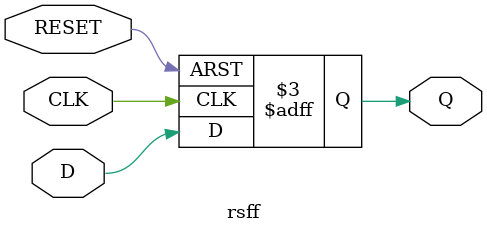
<source format=v>
module rsff(CLK, RESET, D, Q);
   input      CLK;
   input    RESET;
   input        D;
   output       Q;

   reg          Q;

   always @ (posedge CLK or posedge RESET) begin
      if (RESET == 1'b1)
         Q  <= 1'b0;
      else
         Q  <=    D;
   end
   
endmodule

</source>
